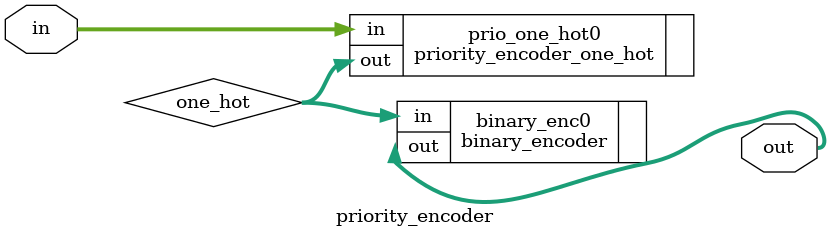
<source format=v>

`define log2(N) ( N < 2    ? 0 : \
                  N < 4    ? 1 : \
                  N < 8    ? 2 : \
                  N < 16   ? 3 : \
                  N < 32   ? 4 : \
                  N < 64   ? 5 : \
                  N < 128  ? 6 : \
                  N < 256  ? 7 : \
                  N < 512  ? 8 : \
                  N < 1024 ? 9 : \
                             10 \
                )

module priority_encoder
#(
  parameter WIDTH = 16
)
(
  input  [WIDTH-1:0]        in,
  output [`log2(WIDTH)-1:0] out
);

  wire [WIDTH-1:0] one_hot;

  // the priority encoder spits out the position
  // of the leading bit as one hot coding
  priority_encoder_one_hot #
  (
    .WIDTH(WIDTH)
  )
  prio_one_hot0
  (
    .in(in),
    .out(one_hot)
  );

  // binary encoder turns the one hot coding
  // into binary encoding
  binary_encoder #
  (
    .WIDTH(WIDTH)
  )
  binary_enc0
  (
    .in(one_hot),
    .out(out)
  );
endmodule

</source>
